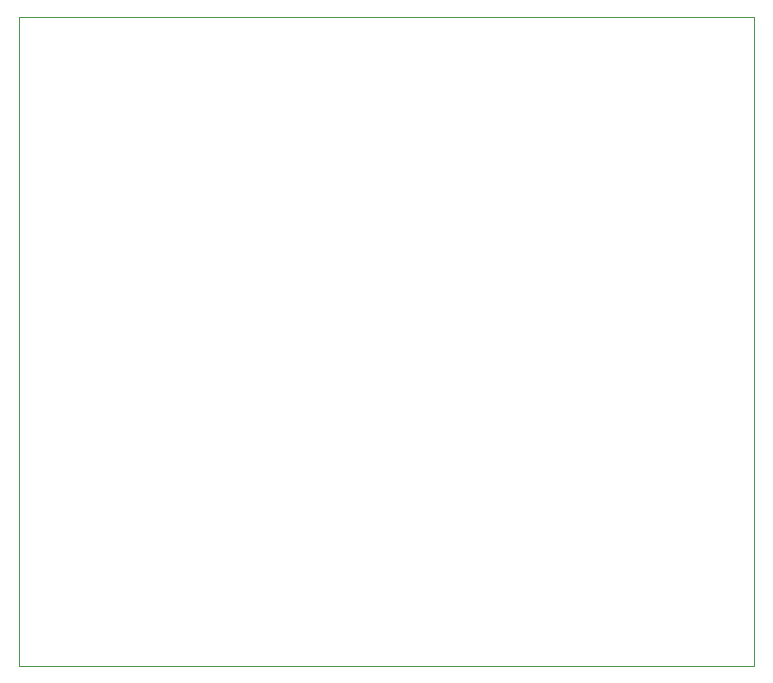
<source format=gbr>
%TF.GenerationSoftware,KiCad,Pcbnew,(6.0.11)*%
%TF.CreationDate,2023-02-15T13:18:50+01:00*%
%TF.ProjectId,FringeLocker,4672696e-6765-44c6-9f63-6b65722e6b69,0.1*%
%TF.SameCoordinates,Original*%
%TF.FileFunction,Profile,NP*%
%FSLAX46Y46*%
G04 Gerber Fmt 4.6, Leading zero omitted, Abs format (unit mm)*
G04 Created by KiCad (PCBNEW (6.0.11)) date 2023-02-15 13:18:50*
%MOMM*%
%LPD*%
G01*
G04 APERTURE LIST*
%TA.AperFunction,Profile*%
%ADD10C,0.100000*%
%TD*%
G04 APERTURE END LIST*
D10*
X106000000Y-53150000D02*
X168250000Y-53150000D01*
X168250000Y-53150000D02*
X168250000Y-108100000D01*
X168250000Y-108100000D02*
X106000000Y-108100000D01*
X106000000Y-108100000D02*
X106000000Y-53150000D01*
M02*

</source>
